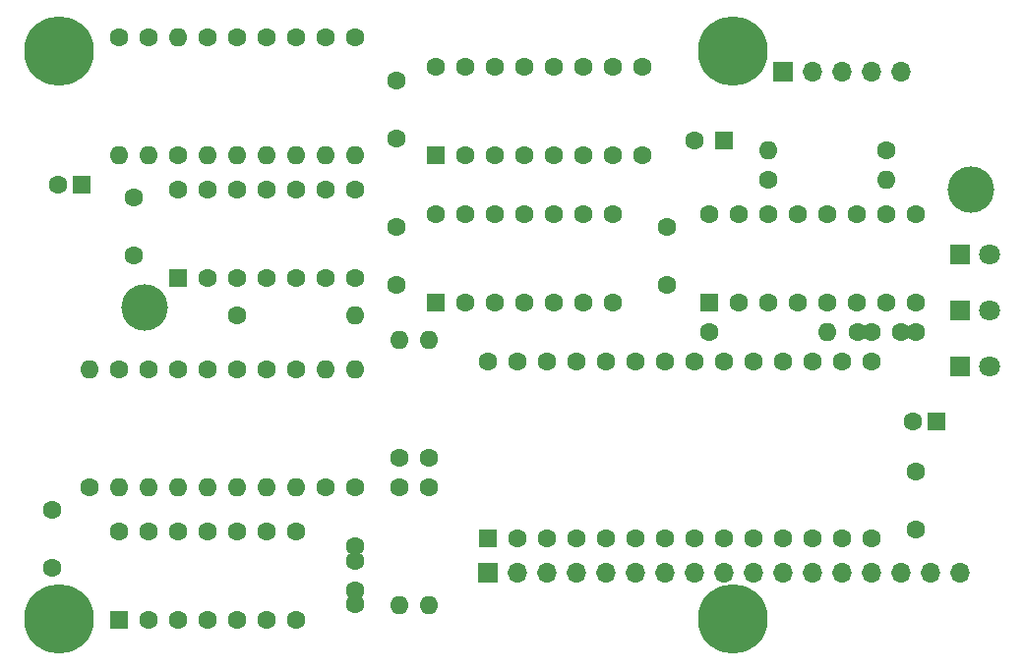
<source format=gbr>
G04 #@! TF.GenerationSoftware,KiCad,Pcbnew,9.0.0*
G04 #@! TF.CreationDate,2025-03-17T23:12:28+00:00*
G04 #@! TF.ProjectId,EconetModuleV1,45636f6e-6574-44d6-9f64-756c6556312e,01b*
G04 #@! TF.SameCoordinates,Original*
G04 #@! TF.FileFunction,Soldermask,Top*
G04 #@! TF.FilePolarity,Negative*
%FSLAX46Y46*%
G04 Gerber Fmt 4.6, Leading zero omitted, Abs format (unit mm)*
G04 Created by KiCad (PCBNEW 9.0.0) date 2025-03-17 23:12:28*
%MOMM*%
%LPD*%
G01*
G04 APERTURE LIST*
G04 Aperture macros list*
%AMRoundRect*
0 Rectangle with rounded corners*
0 $1 Rounding radius*
0 $2 $3 $4 $5 $6 $7 $8 $9 X,Y pos of 4 corners*
0 Add a 4 corners polygon primitive as box body*
4,1,4,$2,$3,$4,$5,$6,$7,$8,$9,$2,$3,0*
0 Add four circle primitives for the rounded corners*
1,1,$1+$1,$2,$3*
1,1,$1+$1,$4,$5*
1,1,$1+$1,$6,$7*
1,1,$1+$1,$8,$9*
0 Add four rect primitives between the rounded corners*
20,1,$1+$1,$2,$3,$4,$5,0*
20,1,$1+$1,$4,$5,$6,$7,0*
20,1,$1+$1,$6,$7,$8,$9,0*
20,1,$1+$1,$8,$9,$2,$3,0*%
G04 Aperture macros list end*
%ADD10O,1.600000X1.600000*%
%ADD11C,1.600000*%
%ADD12R,1.800000X1.800000*%
%ADD13C,1.800000*%
%ADD14R,1.600000X1.600000*%
%ADD15C,6.000000*%
%ADD16C,4.000000*%
%ADD17RoundRect,0.250000X0.550000X-0.550000X0.550000X0.550000X-0.550000X0.550000X-0.550000X-0.550000X0*%
%ADD18R,1.700000X1.700000*%
%ADD19O,1.700000X1.700000*%
G04 APERTURE END LIST*
D10*
X163775000Y-92296000D03*
D11*
X173935000Y-92296000D03*
X132025000Y-118815000D03*
D10*
X132025000Y-108655000D03*
D11*
X134565000Y-118815000D03*
D10*
X134565000Y-108655000D03*
D12*
X180285000Y-101313000D03*
D13*
X182825000Y-101313000D03*
D12*
X180285000Y-110965000D03*
D13*
X182825000Y-110965000D03*
D12*
X180285000Y-106139000D03*
D13*
X182825000Y-106139000D03*
D11*
X125675000Y-121355000D03*
D10*
X125675000Y-111195000D03*
D11*
X158695000Y-107965000D03*
D10*
X168855000Y-107965000D03*
D11*
X112975000Y-92780000D03*
D10*
X112975000Y-82620000D03*
D11*
X118055000Y-111195000D03*
D10*
X118055000Y-121355000D03*
D11*
X120595000Y-111195000D03*
D10*
X120595000Y-121355000D03*
D11*
X123135000Y-111195000D03*
D10*
X123135000Y-121355000D03*
D11*
X115515000Y-111195000D03*
D10*
X115515000Y-121355000D03*
D11*
X112975000Y-111195000D03*
D10*
X112975000Y-121355000D03*
D11*
X128215000Y-82620000D03*
D10*
X128215000Y-92780000D03*
D11*
X125675000Y-82620000D03*
D10*
X125675000Y-92780000D03*
D11*
X120595000Y-82620000D03*
D10*
X120595000Y-92780000D03*
D11*
X123135000Y-82620000D03*
D10*
X123135000Y-92780000D03*
D11*
X118055000Y-82620000D03*
D10*
X118055000Y-92780000D03*
D11*
X110435000Y-111195000D03*
D10*
X110435000Y-121355000D03*
D11*
X115515000Y-82620000D03*
D10*
X115515000Y-92780000D03*
D11*
X107895000Y-111195000D03*
D10*
X107895000Y-121355000D03*
D11*
X176475000Y-124990000D03*
X176475000Y-119990000D03*
X109165000Y-96415000D03*
X109165000Y-101415000D03*
X131771000Y-98955000D03*
X131771000Y-103955000D03*
D14*
X104720000Y-95320000D03*
D11*
X102720000Y-95320000D03*
D15*
X102785000Y-83745000D03*
D11*
X105355000Y-121355000D03*
D10*
X105355000Y-111195000D03*
D11*
X128215000Y-121355000D03*
D10*
X128215000Y-111195000D03*
D15*
X102785000Y-132745000D03*
X160785000Y-132745000D03*
D16*
X110165000Y-105885000D03*
X181275000Y-95745000D03*
D15*
X160785000Y-83745000D03*
D11*
X131771000Y-91335000D03*
X131771000Y-86335000D03*
X102180000Y-128340000D03*
X102180000Y-123340000D03*
X107895000Y-82620000D03*
D10*
X107895000Y-92780000D03*
D11*
X110435000Y-82620000D03*
D10*
X110435000Y-92780000D03*
D17*
X139645000Y-125745000D03*
D11*
X142185000Y-125745000D03*
X144725000Y-125745000D03*
X147265000Y-125745000D03*
X149805000Y-125745000D03*
X152345000Y-125745000D03*
X154885000Y-125745000D03*
X157425000Y-125745000D03*
X159965000Y-125745000D03*
X162505000Y-125745000D03*
X165045000Y-125745000D03*
X167585000Y-125745000D03*
X170125000Y-125745000D03*
X172665000Y-125745000D03*
X172665000Y-110505000D03*
X170125000Y-110505000D03*
X167585000Y-110505000D03*
X165045000Y-110505000D03*
X162505000Y-110505000D03*
X159965000Y-110505000D03*
X157425000Y-110505000D03*
X154885000Y-110505000D03*
X152345000Y-110505000D03*
X149805000Y-110505000D03*
X147265000Y-110505000D03*
X144725000Y-110505000D03*
X142185000Y-110505000D03*
X139645000Y-110505000D03*
D17*
X112975000Y-103345000D03*
D11*
X115515000Y-103345000D03*
X118055000Y-103345000D03*
X120595000Y-103345000D03*
X123135000Y-103345000D03*
X125675000Y-103345000D03*
X128215000Y-103345000D03*
X128215000Y-95725000D03*
X125675000Y-95725000D03*
X123135000Y-95725000D03*
X120595000Y-95725000D03*
X118055000Y-95725000D03*
X115515000Y-95725000D03*
X112975000Y-95725000D03*
D17*
X107895000Y-132785000D03*
D11*
X110435000Y-132785000D03*
X112975000Y-132785000D03*
X115515000Y-132785000D03*
X118055000Y-132785000D03*
X120595000Y-132785000D03*
X123135000Y-132785000D03*
X123135000Y-125165000D03*
X120595000Y-125165000D03*
X118055000Y-125165000D03*
X115515000Y-125165000D03*
X112975000Y-125165000D03*
X110435000Y-125165000D03*
X107895000Y-125165000D03*
D10*
X134565000Y-131515000D03*
D11*
X134565000Y-121355000D03*
X132025000Y-121355000D03*
D10*
X132025000Y-131515000D03*
D17*
X135200000Y-105480000D03*
D11*
X137740000Y-105480000D03*
X140280000Y-105480000D03*
X142820000Y-105480000D03*
X145360000Y-105480000D03*
X147900000Y-105480000D03*
X150440000Y-105480000D03*
X150440000Y-97860000D03*
X147900000Y-97860000D03*
X145360000Y-97860000D03*
X142820000Y-97860000D03*
X140280000Y-97860000D03*
X137740000Y-97860000D03*
X135200000Y-97860000D03*
X155075000Y-98955000D03*
X155075000Y-103955000D03*
D14*
X178253000Y-115664000D03*
D11*
X176253000Y-115664000D03*
X163775000Y-94836000D03*
D10*
X173935000Y-94836000D03*
D17*
X158695000Y-105480000D03*
D11*
X161235000Y-105480000D03*
X163775000Y-105480000D03*
X166315000Y-105480000D03*
X168855000Y-105480000D03*
X171395000Y-105480000D03*
X173935000Y-105480000D03*
X176475000Y-105480000D03*
X176475000Y-97860000D03*
X173935000Y-97860000D03*
X171395000Y-97860000D03*
X168855000Y-97860000D03*
X166315000Y-97860000D03*
X163775000Y-97860000D03*
X161235000Y-97860000D03*
X158695000Y-97860000D03*
X176475000Y-108020000D03*
X175205000Y-108020000D03*
X172665000Y-108020000D03*
X171475000Y-108020000D03*
X128215000Y-126435000D03*
X128215000Y-127705000D03*
X128215000Y-130245000D03*
X128215000Y-131435000D03*
X118055000Y-106520000D03*
D10*
X128215000Y-106520000D03*
D14*
X159965000Y-91510000D03*
D11*
X157465000Y-91510000D03*
D17*
X135200000Y-92780000D03*
D11*
X137740000Y-92780000D03*
X140280000Y-92780000D03*
X142820000Y-92780000D03*
X145360000Y-92780000D03*
X147900000Y-92780000D03*
X150440000Y-92780000D03*
X152980000Y-92780000D03*
X152980000Y-85160000D03*
X150440000Y-85160000D03*
X147900000Y-85160000D03*
X145360000Y-85160000D03*
X142820000Y-85160000D03*
X140280000Y-85160000D03*
X137740000Y-85160000D03*
X135200000Y-85160000D03*
D18*
X165045000Y-85565000D03*
D19*
X167585000Y-85565000D03*
X170125000Y-85565000D03*
X172665000Y-85565000D03*
X175205000Y-85565000D03*
D18*
X139645000Y-128745000D03*
D19*
X142185000Y-128745000D03*
X144725000Y-128745000D03*
X147265000Y-128745000D03*
X149805000Y-128745000D03*
X152345000Y-128745000D03*
X154885000Y-128745000D03*
X157425000Y-128745000D03*
X159965000Y-128745000D03*
X162505000Y-128745000D03*
X165045000Y-128745000D03*
X167585000Y-128745000D03*
X170125000Y-128745000D03*
X172665000Y-128745000D03*
X175205000Y-128745000D03*
X177745000Y-128745000D03*
X180285000Y-128745000D03*
M02*

</source>
